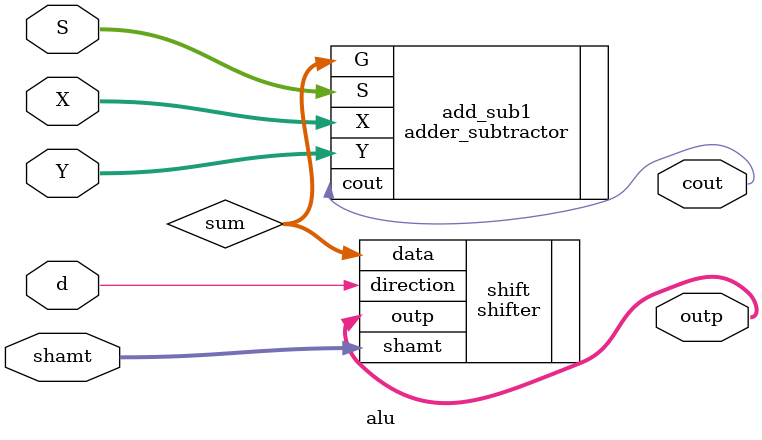
<source format=v>
module alu(X, Y, S, d, shamt, cout, outp);
input [3: 0] X, Y;
input [2: 0] S;
input [1: 0] shamt;
input d;
output [3: 0] outp;
output cout;

wire [3: 0] sum;

adder_subtractor add_sub1(.X(X), .Y(Y), .cout(cout), .G(sum), .S(S));
shifter shift(.data(sum), .shamt(shamt), .direction(d), .outp(outp));

endmodule

</source>
